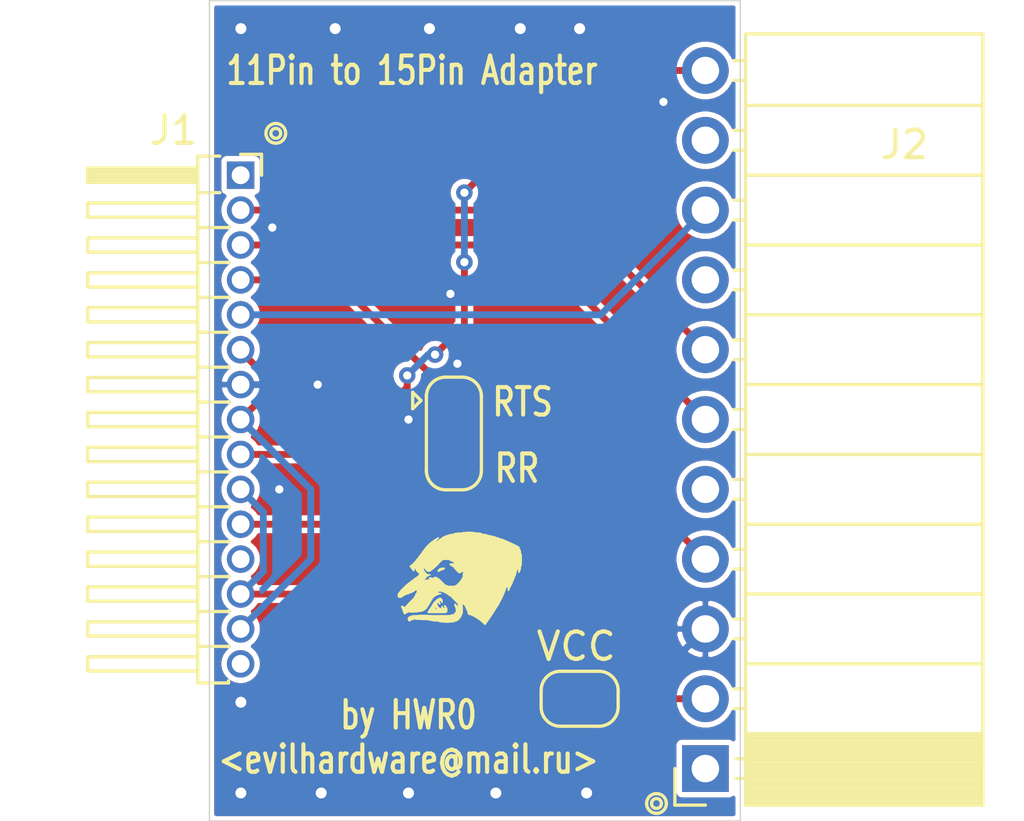
<source format=kicad_pcb>
(kicad_pcb (version 20171130) (host pcbnew "(5.1.5)-3")
  (layers (0 F.Cu signal) (31 B.Cu signal) (34 B.Paste user) (35 F.Paste user) (36 B.SilkS user) (37 F.SilkS user) (38 B.Mask user) (39 F.Mask user) (44 Edge.Cuts user))
  (net 0 "")
  (net 1 "Net-(J2-Pad2)")
  (net 2 /TXD)
  (net 3 /RXD)
  (net 4 /RTS15)
  (net 5 /CTS)
  (net 6 /Short15)
  (net 7 /GND)
  (net 8 /CI)
  (net 9 /VCC15)
  (net 10 /RR15)
  (net 11 /RTS)
  (module Alexx:pandalayersoldermask (layer F.Cu) (at 136.906 120.65)
    (fp_text reference G*** hide)
    (fp_text value LOGO hide)
  )
  (module Alexx:pandalayersilkscreen (layer F.Cu) (at 136.906 120.65)
    (fp_text reference G*** hide)
    (fp_text value LOGO hide)
  )
  (module hwreverse:PinSocket_1x11_P2.54mm_Horizontal-mirror (layer F.Cu) (at 156.14004 107.06862)
    (fp_text reference J2 (at -4.12 -2.77) (layer F.SilkS))
    (fp_text value 11pin)
    (pad 11 thru_hole oval (at -11.36004 -5.46862 180) (size 1.7 1.7) (drill 1) (layers *.Cu *.Mask) (net 8 /CI))
    (pad 10 thru_hole oval (at -11.36004 -2.92862 180) (size 1.7 1.7) (drill 1) (layers *.Cu *.Mask))
    (pad 9 thru_hole oval (at -11.36004 -0.38862 180) (size 1.7 1.7) (drill 1) (layers *.Cu *.Mask) (net 5 /CTS))
    (pad 8 thru_hole oval (at -11.36004 2.15138 180) (size 1.7 1.7) (drill 1) (layers *.Cu *.Mask))
    (pad 7 thru_hole oval (at -11.36004 4.69138 180) (size 1.7 1.7) (drill 1) (layers *.Cu *.Mask) (net 2 /TXD))
    (pad 6 thru_hole oval (at -11.36004 7.23138 180) (size 1.7 1.7) (drill 1) (layers *.Cu *.Mask) (net 3 /RXD))
    (pad 5 thru_hole oval (at -11.36004 9.77138 180) (size 1.7 1.7) (drill 1) (layers *.Cu *.Mask))
    (pad 4 thru_hole oval (at -11.36004 12.31138 180) (size 1.7 1.7) (drill 1) (layers *.Cu *.Mask) (net 11 /RTS))
    (pad 3 thru_hole oval (at -11.36004 14.85138 180) (size 1.7 1.7) (drill 1) (layers *.Cu *.Mask) (net 7 /GND))
    (pad 2 thru_hole oval (at -11.36004 17.39138 180) (size 1.7 1.7) (drill 1) (layers *.Cu *.Mask) (net 1 "Net-(J2-Pad2)"))
    (pad 1 thru_hole rect (at -11.36004 19.93138 180) (size 1.7 1.7) (drill 1) (layers *.Cu *.Mask))
  )
  (module Jumper:SolderJumper-2_P1.3mm_Open_RoundedPad1.0x1.5mm (layer F.Cu) (at 140.208 124.46)
    (fp_text reference JP2 hide)
    (fp_text value "VCC Connect" hide)
    (pad 2 smd custom (at 0.65 0) (size 1 0.5) (layers F.Cu F.Mask) (net 1 "Net-(J2-Pad2)") (options (clearance outline) (anchor rect)) (primitives (gr_circle (center 0 0.25) (end 0.5 0.25) (width 0)) (gr_circle (center 0 -0.25) (end 0.5 -0.25) (width 0)) (gr_poly (pts (xy 0 -0.75) (xy -0.5 -0.75) (xy -0.5 0.75) (xy 0 0.75)) (width 0))))
    (pad 1 smd custom (at -0.65 0) (size 1 0.5) (layers F.Cu F.Mask) (net 9 /VCC15) (options (clearance outline) (anchor rect)) (primitives (gr_circle (center 0 0.25) (end 0.5 0.25) (width 0)) (gr_circle (center 0 -0.25) (end 0.5 -0.25) (width 0)) (gr_poly (pts (xy 0 -0.75) (xy 0.5 -0.75) (xy 0.5 0.75) (xy 0 0.75)) (width 0))))
  )
  (module Jumper:SolderJumper-3_P1.3mm_Open_RoundedPad1.0x1.5mm (layer F.Cu) (at 135.636 114.808 270)
    (fp_text reference JP1 hide)
    (fp_text value "E500/1600 Mode" hide)
    (pad 2 smd rect (at 0 0 270) (size 1 1.5) (layers F.Cu F.Mask) (net 11 /RTS))
    (pad 3 smd custom (at 1.3 0 270) (size 1 0.5) (layers F.Cu F.Mask) (net 10 /RR15) (options (clearance outline) (anchor rect)) (primitives (gr_circle (center 0 0.25) (end 0.5 0.25) (width 0)) (gr_circle (center 0 -0.25) (end 0.5 -0.25) (width 0)) (gr_poly (pts (xy -0.55 -0.75) (xy 0 -0.75) (xy 0 0.75) (xy -0.55 0.75)) (width 0))))
    (pad 1 smd custom (at -1.3 0 270) (size 1 0.5) (layers F.Cu F.Mask) (net 4 /RTS15) (options (clearance outline) (anchor rect)) (primitives (gr_circle (center 0 0.25) (end 0.5 0.25) (width 0)) (gr_circle (center 0 -0.25) (end 0.5 -0.25) (width 0)) (gr_poly (pts (xy 0.55 -0.75) (xy 0 -0.75) (xy 0 0.75) (xy 0.55 0.75)) (width 0))))
  )
  (module hwreverse:PinHeader_1x15_P1.27mm_Horizontal_mirror (layer F.Cu) (at 119.38 105.41)
    (fp_text reference J1 (at 6.0675 -1.635) (layer F.SilkS))
    (fp_text value 15pin)
    (pad 1 thru_hole rect (at 8.5 0) (size 1 1) (drill 0.65) (layers *.Cu *.Mask))
    (pad 2 thru_hole oval (at 8.5 1.27) (size 1 1) (drill 0.65) (layers *.Cu *.Mask) (net 2 /TXD))
    (pad 3 thru_hole oval (at 8.5 2.54) (size 1 1) (drill 0.65) (layers *.Cu *.Mask) (net 3 /RXD))
    (pad 4 thru_hole oval (at 8.5 3.81) (size 1 1) (drill 0.65) (layers *.Cu *.Mask) (net 4 /RTS15))
    (pad 5 thru_hole oval (at 8.5 5.08) (size 1 1) (drill 0.65) (layers *.Cu *.Mask) (net 5 /CTS))
    (pad 6 thru_hole oval (at 8.5 6.35) (size 1 1) (drill 0.65) (layers *.Cu *.Mask) (net 6 /Short15))
    (pad 7 thru_hole oval (at 8.5 7.62) (size 1 1) (drill 0.65) (layers *.Cu *.Mask) (net 7 /GND))
    (pad 8 thru_hole oval (at 8.5 8.89) (size 1 1) (drill 0.65) (layers *.Cu *.Mask) (net 6 /Short15))
    (pad 9 thru_hole oval (at 8.5 10.16) (size 1 1) (drill 0.65) (layers *.Cu *.Mask) (net 8 /CI))
    (pad 10 thru_hole oval (at 8.5 11.43) (size 1 1) (drill 0.65) (layers *.Cu *.Mask) (net 9 /VCC15))
    (pad 11 thru_hole oval (at 8.5 12.7) (size 1 1) (drill 0.65) (layers *.Cu *.Mask) (net 10 /RR15))
    (pad 12 thru_hole oval (at 8.5 13.97) (size 1 1) (drill 0.65) (layers *.Cu *.Mask))
    (pad 13 thru_hole oval (at 8.5 15.24) (size 1 1) (drill 0.65) (layers *.Cu *.Mask) (net 9 /VCC15))
    (pad 14 thru_hole oval (at 8.5 16.51) (size 1 1) (drill 0.65) (layers *.Cu *.Mask) (net 6 /Short15))
    (pad 15 thru_hole oval (at 8.5 17.78) (size 1 1) (drill 0.65) (layers *.Cu *.Mask))
  )
  (gr_circle (center 129.159 103.886) (end 129.413 104.14) (layer F.SilkS) (width 0.12))
  (gr_circle (center 129.159 103.886) (end 129.286 104.013) (layer F.SilkS) (width 0.12))
  (gr_circle (center 143.002 128.27) (end 143.256 128.524) (layer F.SilkS) (width 0.12))
  (gr_circle (center 143.002 128.27) (end 143.129 128.397) (layer F.SilkS) (width 0.12))
  (gr_text "by HWR0\n<evilhardware@mail.ru>" (at 133.985 125.857) (layer F.SilkS) (effects (font (size 1 0.75))))
  (gr_text "11Pin to 15Pin Adapter" (at 134.112 101.6) (layer F.SilkS) (effects (font (size 1 0.75))))
  (gr_line (start 126.746 99.06) (end 146.05 99.06) (layer Edge.Cuts) (width 0.05))
  (gr_line (start 126.746 128.905) (end 126.746 99.06) (layer Edge.Cuts) (width 0.05))
  (gr_line (start 146.05 128.905) (end 126.746 128.905) (layer Edge.Cuts) (width 0.05))
  (gr_line (start 146.05 99.06) (end 146.05 128.905) (layer Edge.Cuts) (width 0.05))
  (gr_text VCC (at 140.081 122.555) (layer F.SilkS) (effects (font (size 1 1))))
  (gr_text RR (at 137.033 116.078) (layer F.SilkS) (effects (font (size 1 0.8)) (justify left)))
  (gr_text RTS (at 139.319 113.665) (layer F.SilkS) (effects (font (size 1 0.8)) (justify right)))
  (segment (start 140.858 124.46) (end 144.78 124.46) (width 0.25) (layer F.Cu) (net 1))
  (segment (start 139.7 106.68) (end 144.78 111.76) (width 0.25) (layer F.Cu) (net 2))
  (segment (start 127.88 106.68) (end 139.7 106.68) (width 0.25) (layer F.Cu) (net 2))
  (segment (start 138.43 107.95) (end 144.78 114.3) (width 0.25) (layer F.Cu) (net 3))
  (segment (start 127.88 107.95) (end 138.43 107.95) (width 0.25) (layer F.Cu) (net 3))
  (segment (start 131.348 109.22) (end 135.636 113.508) (width 0.25) (layer F.Cu) (net 4))
  (segment (start 127.88 109.22) (end 131.348 109.22) (width 0.25) (layer F.Cu) (net 4))
  (segment (start 140.97 110.49) (end 144.78 106.68) (width 0.25) (layer B.Cu) (net 5))
  (segment (start 127.88 110.49) (end 140.97 110.49) (width 0.25) (layer B.Cu) (net 5))
  (segment (start 128.705001 113.474999) (end 128.379999 113.800001) (width 0.25) (layer F.Cu) (net 6))
  (segment (start 128.705001 112.633999) (end 128.705001 113.474999) (width 0.25) (layer F.Cu) (net 6))
  (segment (start 128.379999 113.800001) (end 127.88 114.3) (width 0.25) (layer F.Cu) (net 6))
  (segment (start 127.88 111.808998) (end 128.705001 112.633999) (width 0.25) (layer F.Cu) (net 6))
  (segment (start 127.88 111.76) (end 127.88 111.808998) (width 0.25) (layer F.Cu) (net 6))
  (segment (start 128.379999 114.799999) (end 128.388999 114.799999) (width 0.25) (layer B.Cu) (net 6))
  (segment (start 127.88 114.3) (end 128.379999 114.799999) (width 0.25) (layer B.Cu) (net 6))
  (segment (start 128.388999 114.799999) (end 130.429 116.84) (width 0.25) (layer B.Cu) (net 6))
  (segment (start 130.429 119.371) (end 127.88 121.92) (width 0.25) (layer B.Cu) (net 6))
  (segment (start 130.429 116.84) (end 130.429 119.371) (width 0.25) (layer B.Cu) (net 6))
  (via (at 127.889 100.076) (size 0.8) (drill 0.4) (layers F.Cu B.Cu) (net 7))
  (via (at 140.208 100.076) (size 0.8) (drill 0.4) (layers F.Cu B.Cu) (net 7))
  (via (at 127.889 124.587) (size 0.8) (drill 0.4) (layers F.Cu B.Cu) (net 7))
  (via (at 127.889 127.889) (size 0.8) (drill 0.4) (layers F.Cu B.Cu) (net 7))
  (via (at 130.81 127.889) (size 0.8) (drill 0.4) (layers F.Cu B.Cu) (net 7))
  (via (at 133.985 127.889) (size 0.8) (drill 0.4) (layers F.Cu B.Cu) (net 7))
  (via (at 137.16 127.889) (size 0.8) (drill 0.4) (layers F.Cu B.Cu) (net 7))
  (via (at 140.462 127.889) (size 0.8) (drill 0.4) (layers F.Cu B.Cu) (net 7))
  (via (at 131.318 100.076) (size 0.8) (drill 0.4) (layers F.Cu B.Cu) (net 7))
  (via (at 134.747 100.076) (size 0.8) (drill 0.4) (layers F.Cu B.Cu) (net 7))
  (via (at 138.049 100.076) (size 0.8) (drill 0.4) (layers F.Cu B.Cu) (net 7))
  (segment (start 144.78 121.92) (end 142.748 123.952) (width 0.25) (layer B.Cu) (net 7))
  (segment (start 142.748 125.603) (end 140.462 127.889) (width 0.25) (layer B.Cu) (net 7))
  (segment (start 142.748 123.952) (end 142.748 125.603) (width 0.25) (layer B.Cu) (net 7))
  (via (at 130.683 113.03) (size 0.6) (drill 0.3) (layers F.Cu B.Cu) (net 7))
  (segment (start 127.88 113.03) (end 130.683 113.03) (width 0.25) (layer B.Cu) (net 7))
  (via (at 143.256 102.743) (size 0.6) (drill 0.3) (layers F.Cu B.Cu) (net 7))
  (via (at 129.032 107.315) (size 0.6) (drill 0.3) (layers F.Cu B.Cu) (net 7))
  (via (at 135.509 109.728) (size 0.6) (drill 0.3) (layers F.Cu B.Cu) (net 7))
  (via (at 135.763 112.268) (size 0.6) (drill 0.3) (layers F.Cu B.Cu) (net 7))
  (via (at 133.985 114.3) (size 0.6) (drill 0.3) (layers F.Cu B.Cu) (net 7))
  (via (at 129.286 116.84) (size 0.6) (drill 0.3) (layers F.Cu B.Cu) (net 7))
  (via (at 136.017 106.045) (size 0.6) (drill 0.3) (layers F.Cu B.Cu) (net 8))
  (segment (start 144.78 101.6) (end 140.462 101.6) (width 0.25) (layer F.Cu) (net 8))
  (segment (start 140.462 101.6) (end 136.017 106.045) (width 0.25) (layer F.Cu) (net 8))
  (via (at 136.017 108.575) (size 0.6) (drill 0.3) (layers F.Cu B.Cu) (net 8))
  (segment (start 136.017 106.045) (end 136.017 108.575) (width 0.25) (layer B.Cu) (net 8))
  (segment (start 136.017 108.575) (end 136.017 110.871) (width 0.25) (layer F.Cu) (net 8))
  (via (at 134.949942 111.938058) (size 0.6) (drill 0.3) (layers F.Cu B.Cu) (net 8))
  (segment (start 136.017 110.871) (end 134.949942 111.938058) (width 0.25) (layer F.Cu) (net 8))
  (via (at 133.939058 112.694942) (size 0.6) (drill 0.3) (layers F.Cu B.Cu) (net 8))
  (segment (start 134.949942 111.938058) (end 134.695942 111.938058) (width 0.25) (layer B.Cu) (net 8))
  (segment (start 134.695942 111.938058) (end 133.939058 112.694942) (width 0.25) (layer B.Cu) (net 8))
  (segment (start 131.488264 115.57) (end 128.587106 115.57) (width 0.25) (layer F.Cu) (net 8))
  (segment (start 133.939058 113.119206) (end 131.488264 115.57) (width 0.25) (layer F.Cu) (net 8))
  (segment (start 128.587106 115.57) (end 127.88 115.57) (width 0.25) (layer F.Cu) (net 8))
  (segment (start 133.939058 112.694942) (end 133.939058 113.119206) (width 0.25) (layer F.Cu) (net 8))
  (segment (start 127.88 120.65) (end 132.334 120.65) (width 0.25) (layer F.Cu) (net 9))
  (segment (start 136.144 124.46) (end 139.558 124.46) (width 0.25) (layer F.Cu) (net 9))
  (segment (start 132.334 120.65) (end 136.144 124.46) (width 0.25) (layer F.Cu) (net 9))
  (segment (start 128.379999 120.150001) (end 127.88 120.65) (width 0.25) (layer B.Cu) (net 9))
  (segment (start 128.705001 119.824999) (end 128.379999 120.150001) (width 0.25) (layer B.Cu) (net 9))
  (segment (start 128.705001 117.665001) (end 128.705001 119.824999) (width 0.25) (layer B.Cu) (net 9))
  (segment (start 127.88 116.84) (end 128.705001 117.665001) (width 0.25) (layer B.Cu) (net 9))
  (segment (start 133.634 118.11) (end 135.636 116.108) (width 0.25) (layer F.Cu) (net 10))
  (segment (start 127.88 118.11) (end 133.634 118.11) (width 0.25) (layer F.Cu) (net 10))
  (segment (start 140.208 114.808) (end 144.78 119.38) (width 0.25) (layer F.Cu) (net 11))
  (segment (start 135.636 114.808) (end 140.208 114.808) (width 0.25) (layer F.Cu) (net 11))
  (zone (net 7) (net_name /GND) (layer B.Cu) (connect_pads (clearance 0.15)) (min_thickness 0.15) (fill yes (arc_segments 32) (thermal_gap 0.2) (thermal_bridge_width 0.2))
    (polygon (pts (xy 146.05 128.905) (xy 126.746 128.905) (xy 126.746 99.06) (xy 146.05 99.06)))
  )
  (zone (net 7) (net_name /GND) (layer F.Cu) (connect_pads (clearance 0.15)) (min_thickness 0.15) (fill yes (arc_segments 32) (thermal_gap 0.2) (thermal_bridge_width 0.2))
    (polygon (pts (xy 146.05 128.905) (xy 126.746 128.905) (xy 126.746 99.06) (xy 146.05 99.06)))
  )
)
</source>
